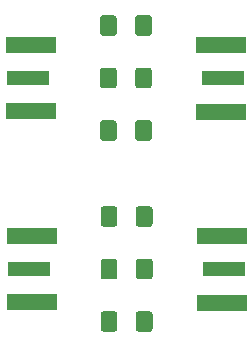
<source format=gts>
%MOIN*%
%OFA0B0*%
%FSLAX46Y46*%
%IPPOS*%
%LPD*%
%ADD10R,0.14173228346456693X0.05*%
%ADD11R,0.16535433070866143X0.053149606299212608*%
%ADD22R,0.14173228346456693X0.05*%
%ADD23R,0.16535433070866143X0.053149606299212608*%
%LPD*%
G01*
G36*
G01*
X0000313385Y0000425393D02*
X0000313385Y0000474606D01*
G75*
G02*
X0000323228Y0000484448I0000009842D01*
G01*
X0000359645Y0000484448D01*
G75*
G02*
X0000369488Y0000474606J-0000009842D01*
G01*
X0000369488Y0000425393D01*
G75*
G02*
X0000359645Y0000415551I-0000009842D01*
G01*
X0000323228Y0000415551D01*
G75*
G02*
X0000313385Y0000425393J0000009842D01*
G01*
G37*
G36*
G01*
X0000430511Y0000425393D02*
X0000430511Y0000474606D01*
G75*
G02*
X0000440354Y0000484448I0000009842D01*
G01*
X0000476771Y0000484448D01*
G75*
G02*
X0000486614Y0000474606J-0000009842D01*
G01*
X0000486614Y0000425393D01*
G75*
G02*
X0000476771Y0000415551I-0000009842D01*
G01*
X0000440354Y0000415551D01*
G75*
G02*
X0000430511Y0000425393J0000009842D01*
G01*
G37*
G36*
G01*
X0000369488Y0000299606D02*
X0000369488Y0000250393D01*
G75*
G02*
X0000359645Y0000240551I-0000009842D01*
G01*
X0000323228Y0000240551D01*
G75*
G02*
X0000313385Y0000250393J0000009842D01*
G01*
X0000313385Y0000299606D01*
G75*
G02*
X0000323228Y0000309448I0000009842D01*
G01*
X0000359645Y0000309448D01*
G75*
G02*
X0000369488Y0000299606J-0000009842D01*
G01*
G37*
G36*
G01*
X0000486614Y0000299606D02*
X0000486614Y0000250393D01*
G75*
G02*
X0000476771Y0000240551I-0000009842D01*
G01*
X0000440354Y0000240551D01*
G75*
G02*
X0000430511Y0000250393J0000009842D01*
G01*
X0000430511Y0000299606D01*
G75*
G02*
X0000440354Y0000309448I0000009842D01*
G01*
X0000476771Y0000309448D01*
G75*
G02*
X0000486614Y0000299606J-0000009842D01*
G01*
G37*
G36*
G01*
X0000486614Y0000124606D02*
X0000486614Y0000075393D01*
G75*
G02*
X0000476771Y0000065551I-0000009842D01*
G01*
X0000440354Y0000065551D01*
G75*
G02*
X0000430511Y0000075393J0000009842D01*
G01*
X0000430511Y0000124606D01*
G75*
G02*
X0000440354Y0000134448I0000009842D01*
G01*
X0000476771Y0000134448D01*
G75*
G02*
X0000486614Y0000124606J-0000009842D01*
G01*
G37*
G36*
G01*
X0000369488Y0000124606D02*
X0000369488Y0000075393D01*
G75*
G02*
X0000359645Y0000065551I-0000009842D01*
G01*
X0000323228Y0000065551D01*
G75*
G02*
X0000313385Y0000075393J0000009842D01*
G01*
X0000313385Y0000124606D01*
G75*
G02*
X0000323228Y0000134448I0000009842D01*
G01*
X0000359645Y0000134448D01*
G75*
G02*
X0000369488Y0000124606J-0000009842D01*
G01*
G37*
D10*
X0000075125Y0000274999D03*
D11*
X0000083000Y0000163779D03*
X0000083000Y0000386220D03*
X0000717000Y0000162779D03*
X0000717000Y0000385220D03*
D10*
X0000724873Y0000273999D03*
G04 next file*
%LPD*%
G04 Gerber Fmt 4.6, Leading zero omitted, Abs format (unit mm)*
G04 Created by KiCad (PCBNEW (5.1.10)-1) date 2021-10-03 13:09:16*
G01*
G04 APERTURE LIST*
G04 APERTURE END LIST*
G36*
G01*
X0000311023Y0001062007D02*
X0000311023Y0001111220D01*
G75*
G02*
X0000320866Y0001121062I0000009842D01*
G01*
X0000357283Y0001121062D01*
G75*
G02*
X0000367125Y0001111220J-0000009842D01*
G01*
X0000367125Y0001062007D01*
G75*
G02*
X0000357283Y0001052165I-0000009842D01*
G01*
X0000320866Y0001052165D01*
G75*
G02*
X0000311023Y0001062007J0000009842D01*
G01*
G37*
G36*
G01*
X0000428149Y0001062007D02*
X0000428149Y0001111220D01*
G75*
G02*
X0000437992Y0001121062I0000009842D01*
G01*
X0000474409Y0001121062D01*
G75*
G02*
X0000484251Y0001111220J-0000009842D01*
G01*
X0000484251Y0001062007D01*
G75*
G02*
X0000474409Y0001052165I-0000009842D01*
G01*
X0000437992Y0001052165D01*
G75*
G02*
X0000428149Y0001062007J0000009842D01*
G01*
G37*
G36*
G01*
X0000367125Y0000936220D02*
X0000367125Y0000887007D01*
G75*
G02*
X0000357283Y0000877165I-0000009842D01*
G01*
X0000320866Y0000877165D01*
G75*
G02*
X0000311023Y0000887007J0000009842D01*
G01*
X0000311023Y0000936220D01*
G75*
G02*
X0000320866Y0000946062I0000009842D01*
G01*
X0000357283Y0000946062D01*
G75*
G02*
X0000367125Y0000936220J-0000009842D01*
G01*
G37*
G36*
G01*
X0000484251Y0000936220D02*
X0000484251Y0000887007D01*
G75*
G02*
X0000474409Y0000877165I-0000009842D01*
G01*
X0000437992Y0000877165D01*
G75*
G02*
X0000428149Y0000887007J0000009842D01*
G01*
X0000428149Y0000936220D01*
G75*
G02*
X0000437992Y0000946062I0000009842D01*
G01*
X0000474409Y0000946062D01*
G75*
G02*
X0000484251Y0000936220J-0000009842D01*
G01*
G37*
G36*
G01*
X0000484251Y0000761220D02*
X0000484251Y0000712007D01*
G75*
G02*
X0000474409Y0000702165I-0000009842D01*
G01*
X0000437992Y0000702165D01*
G75*
G02*
X0000428149Y0000712007J0000009842D01*
G01*
X0000428149Y0000761220D01*
G75*
G02*
X0000437992Y0000771062I0000009842D01*
G01*
X0000474409Y0000771062D01*
G75*
G02*
X0000484251Y0000761220J-0000009842D01*
G01*
G37*
G36*
G01*
X0000367125Y0000761220D02*
X0000367125Y0000712007D01*
G75*
G02*
X0000357283Y0000702165I-0000009842D01*
G01*
X0000320866Y0000702165D01*
G75*
G02*
X0000311023Y0000712007J0000009842D01*
G01*
X0000311023Y0000761220D01*
G75*
G02*
X0000320866Y0000771062I0000009842D01*
G01*
X0000357283Y0000771062D01*
G75*
G02*
X0000367125Y0000761220J-0000009842D01*
G01*
G37*
D22*
X0000072763Y0000911614D03*
D23*
X0000080637Y0000800393D03*
X0000080637Y0001022834D03*
X0000714637Y0000799393D03*
X0000714637Y0001021834D03*
D22*
X0000722511Y0000910614D03*
M02*
</source>
